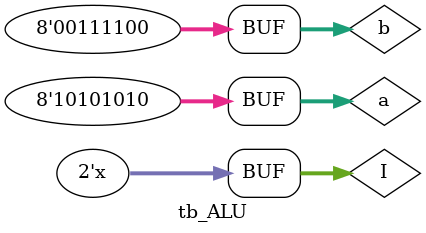
<source format=v>
module tb_ALU();
	wire [7:0]a,b;
	reg [1:0]I;
	wire [7:0]cout;
	wire [8:0]y;

	ALU inst1(.a(a),.b(b),.I(I),.y(y),.cout(cout));
	
	assign a=8'b10101010;
	assign b=8'b00111100;
	initial
	begin
		I=0;
	end

	always
	begin	
		#5 I=I+1;
	end
endmodule

</source>
